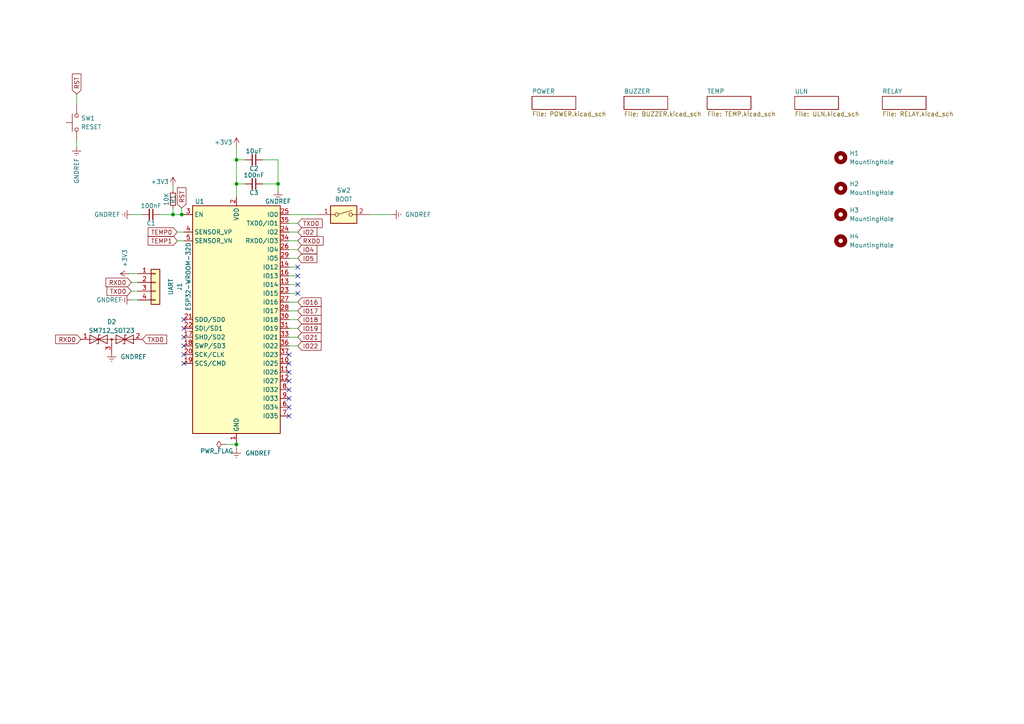
<source format=kicad_sch>
(kicad_sch (version 20230121) (generator eeschema)
  (paper "A4")
  (lib_symbols
    (symbol "Connector_Generic:Conn_01x04" (pin_names (offset 1.016) hide)
      (property "Reference" "J" (at 0 5.08 0))
      (property "Value" "Conn_01x04" (at 0 -7.62 0))
      (symbol "Conn_01x04_1_1"
        (rectangle (start -1.27 -4.953) (end 0 -5.207) (stroke (width 0.1524)))
        (rectangle (start -1.27 -2.413) (end 0 -2.667) (stroke (width 0.1524)))
        (rectangle (start -1.27 0.127) (end 0 -0.127) (stroke (width 0.1524)))
        (rectangle (start -1.27 2.667) (end 0 2.413) (stroke (width 0.1524)))
        (rectangle (start -1.27 3.81) (end 1.27 -6.35) (stroke (width 0.254)) (fill (type background)))
        (pin passive line (at -5.08 2.54 0) (length 3.81) (name "Pin_1") (number "1"))
        (pin passive line (at -5.08 0 0) (length 3.81) (name "Pin_2") (number "2"))
        (pin passive line (at -5.08 -2.54 0) (length 3.81) (name "Pin_3") (number "3"))
        (pin passive line (at -5.08 -5.08 0) (length 3.81) (name "Pin_4") (number "4"))
      )
    )
    (symbol "Device:C_Small" (pin_numbers hide) (pin_names (offset 0.254) hide)
      (property "Reference" "C" (at 0.254 1.778 0))
      (property "Value" "C_Small" (at 0.254 -2.032 0))
      (symbol "C_Small_0_1"
        (polyline (pts (xy -1.524 -0.508) (xy 1.524 -0.508)) (stroke (width 0.3302)))
        (polyline (pts (xy -1.524 0.508) (xy 1.524 0.508)) (stroke (width 0.3048)))
      )
      (symbol "C_Small_1_1"
        (pin passive line (at 0 2.54 270) (length 2.032) (name "~") (number "1"))
        (pin passive line (at 0 -2.54 90) (length 2.032) (name "~") (number "2"))
      )
    )
    (symbol "Device:R_Small" (pin_numbers hide) (pin_names (offset 0.254) hide)
      (property "Reference" "R" (at 0.762 0.508 0))
      (property "Value" "R_Small" (at 0.762 -1.016 0))
      (symbol "R_Small_0_1"
        (rectangle (start -0.762 1.778) (end 0.762 -1.778) (stroke (width 0.2032)))
      )
      (symbol "R_Small_1_1"
        (pin passive line (at 0 2.54 270) (length 0.762) (name "~") (number "1"))
        (pin passive line (at 0 -2.54 90) (length 0.762) (name "~") (number "2"))
      )
    )
    (symbol "Diode:SM712_SOT23" (pin_names (offset 1.016) hide)
      (property "Reference" "D" (at 0 4.445 0))
      (property "Value" "SM712_SOT23" (at 0 2.54 0))
      (symbol "SM712_SOT23_0_0"
        (polyline (pts (xy 0 -1.27) (xy 0 0)))
      )
      (symbol "SM712_SOT23_0_1"
        (polyline (pts (xy -6.35 0) (xy 6.35 0)))
        (polyline (pts (xy -3.302 1.27) (xy -3.81 1.27) (xy -3.81 -1.27) (xy -4.318 -1.27)) (stroke (width 0.2032)))
        (polyline (pts (xy 4.318 1.27) (xy 3.81 1.27) (xy 3.81 -1.27) (xy 3.302 -1.27)) (stroke (width 0.2032)))
        (polyline (pts (xy -6.35 -1.27) (xy -1.27 1.27) (xy -1.27 -1.27) (xy -6.35 1.27) (xy -6.35 -1.27)) (stroke (width 0.2032)))
        (polyline (pts (xy 1.27 -1.27) (xy 1.27 1.27) (xy 6.35 -1.27) (xy 6.35 1.27) (xy 1.27 -1.27)) (stroke (width 0.2032)))
        (circle (center 0 0) (radius 0.254) (fill (type outline)))
      )
      (symbol "SM712_SOT23_1_1"
        (pin passive line (at -8.89 0 0) (length 2.54) (name "A1") (number "1"))
        (pin passive line (at 8.89 0 180) (length 2.54) (name "A2") (number "2"))
        (pin input line (at 0 -3.81 90) (length 2.54) (name "common") (number "3"))
      )
    )
    (symbol "Mechanical:MountingHole" (pin_names (offset 1.016))
      (property "Reference" "H" (at 0 5.08 0))
      (property "Value" "MountingHole" (at 0 3.175 0))
      (symbol "MountingHole_0_1"
        (circle (center 0 0) (radius 1.27) (stroke (width 1.27)))
      )
    )
    (symbol "RF_Module:ESP32-WROOM-32D"
      (property "Reference" "U" (at -12.7 34.29 0))
      (property "Value" "ESP32-WROOM-32D" (at 1.27 34.29 0))
      (symbol "ESP32-WROOM-32D_0_1"
        (rectangle (start -12.7 33.02) (end 12.7 -33.02) (stroke (width 0.254)) (fill (type background)))
      )
      (symbol "ESP32-WROOM-32D_1_1"
        (pin power_in line (at 0 -35.56 90) (length 2.54) (name "GND") (number "1"))
        (pin bidirectional line (at 15.24 -12.7 180) (length 2.54) (name "IO25") (number "10"))
        (pin bidirectional line (at 15.24 -15.24 180) (length 2.54) (name "IO26") (number "11"))
        (pin bidirectional line (at 15.24 -17.78 180) (length 2.54) (name "IO27") (number "12"))
        (pin bidirectional line (at 15.24 10.16 180) (length 2.54) (name "IO14") (number "13"))
        (pin bidirectional line (at 15.24 15.24 180) (length 2.54) (name "IO12") (number "14"))
        (pin passive line (at 0 -35.56 90) (length 2.54) hide (name "GND") (number "15"))
        (pin bidirectional line (at 15.24 12.7 180) (length 2.54) (name "IO13") (number "16"))
        (pin bidirectional line (at -15.24 -5.08 0) (length 2.54) (name "SHD/SD2") (number "17"))
        (pin bidirectional line (at -15.24 -7.62 0) (length 2.54) (name "SWP/SD3") (number "18"))
        (pin bidirectional line (at -15.24 -12.7 0) (length 2.54) (name "SCS/CMD") (number "19"))
        (pin power_in line (at 0 35.56 270) (length 2.54) (name "VDD") (number "2"))
        (pin bidirectional line (at -15.24 -10.16 0) (length 2.54) (name "SCK/CLK") (number "20"))
        (pin bidirectional line (at -15.24 0 0) (length 2.54) (name "SDO/SD0") (number "21"))
        (pin bidirectional line (at -15.24 -2.54 0) (length 2.54) (name "SDI/SD1") (number "22"))
        (pin bidirectional line (at 15.24 7.62 180) (length 2.54) (name "IO15") (number "23"))
        (pin bidirectional line (at 15.24 25.4 180) (length 2.54) (name "IO2") (number "24"))
        (pin bidirectional line (at 15.24 30.48 180) (length 2.54) (name "IO0") (number "25"))
        (pin bidirectional line (at 15.24 20.32 180) (length 2.54) (name "IO4") (number "26"))
        (pin bidirectional line (at 15.24 5.08 180) (length 2.54) (name "IO16") (number "27"))
        (pin bidirectional line (at 15.24 2.54 180) (length 2.54) (name "IO17") (number "28"))
        (pin bidirectional line (at 15.24 17.78 180) (length 2.54) (name "IO5") (number "29"))
        (pin input line (at -15.24 30.48 0) (length 2.54) (name "EN") (number "3"))
        (pin bidirectional line (at 15.24 0 180) (length 2.54) (name "IO18") (number "30"))
        (pin bidirectional line (at 15.24 -2.54 180) (length 2.54) (name "IO19") (number "31"))
        (pin no_connect line (at -12.7 -27.94 0) (length 2.54) hide (name "NC") (number "32"))
        (pin bidirectional line (at 15.24 -5.08 180) (length 2.54) (name "IO21") (number "33"))
        (pin bidirectional line (at 15.24 22.86 180) (length 2.54) (name "RXD0/IO3") (number "34"))
        (pin bidirectional line (at 15.24 27.94 180) (length 2.54) (name "TXD0/IO1") (number "35"))
        (pin bidirectional line (at 15.24 -7.62 180) (length 2.54) (name "IO22") (number "36"))
        (pin bidirectional line (at 15.24 -10.16 180) (length 2.54) (name "IO23") (number "37"))
        (pin passive line (at 0 -35.56 90) (length 2.54) hide (name "GND") (number "38"))
        (pin passive line (at 0 -35.56 90) (length 2.54) hide (name "GND") (number "39"))
        (pin input line (at -15.24 25.4 0) (length 2.54) (name "SENSOR_VP") (number "4"))
        (pin input line (at -15.24 22.86 0) (length 2.54) (name "SENSOR_VN") (number "5"))
        (pin input line (at 15.24 -25.4 180) (length 2.54) (name "IO34") (number "6"))
        (pin input line (at 15.24 -27.94 180) (length 2.54) (name "IO35") (number "7"))
        (pin bidirectional line (at 15.24 -20.32 180) (length 2.54) (name "IO32") (number "8"))
        (pin bidirectional line (at 15.24 -22.86 180) (length 2.54) (name "IO33") (number "9"))
      )
    )
    (symbol "Switch:SW_DIP_x01" (pin_names (offset 0) hide)
      (property "Reference" "SW" (at 0 3.81 0))
      (property "Value" "SW_DIP_x01" (at 0 -3.81 0))
      (symbol "SW_DIP_x01_0_0"
        (circle (center -2.032 0) (radius 0.508))
        (polyline (pts (xy -1.524 0.127) (xy 2.3622 1.1684)))
        (circle (center 2.032 0) (radius 0.508))
      )
      (symbol "SW_DIP_x01_0_1"
        (rectangle (start -3.81 2.54) (end 3.81 -2.54) (stroke (width 0.254)) (fill (type background)))
      )
      (symbol "SW_DIP_x01_1_1"
        (pin passive line (at -7.62 0 0) (length 5.08) (name "~") (number "1"))
        (pin passive line (at 7.62 0 180) (length 5.08) (name "~") (number "2"))
      )
    )
    (symbol "Switch:SW_Push" (pin_numbers hide) (pin_names (offset 1.016) hide)
      (property "Reference" "SW" (at 1.27 2.54 0))
      (property "Value" "SW_Push" (at 0 -1.524 0))
      (symbol "SW_Push_0_1"
        (circle (center -2.032 0) (radius 0.508))
        (polyline (pts (xy 0 1.27) (xy 0 3.048)))
        (polyline (pts (xy 2.54 1.27) (xy -2.54 1.27)))
        (circle (center 2.032 0) (radius 0.508))
        (pin passive line (at -5.08 0 0) (length 2.54) (name "1") (number "1"))
        (pin passive line (at 5.08 0 180) (length 2.54) (name "2") (number "2"))
      )
    )
    (symbol "power:+3.3V" (power) (pin_names (offset 0))
      (property "Value" "+3.3V" (at 0 3.556 0))
      (symbol "+3.3V_0_1"
        (polyline (pts (xy -0.762 1.27) (xy 0 2.54)))
        (polyline (pts (xy 0 0) (xy 0 2.54)))
        (polyline (pts (xy 0 2.54) (xy 0.762 1.27)))
      )
      (symbol "+3.3V_1_1"
        (pin power_in line (at 0 0 90) (length 0) hide (name "+3V3") (number "1"))
      )
    )
    (symbol "power:GNDREF" (power) (pin_names (offset 0))
      (property "Value" "GNDREF" (at 0 -3.81 0))
      (symbol "GNDREF_0_1"
        (polyline (pts (xy -0.635 -1.905) (xy 0.635 -1.905)))
        (polyline (pts (xy -0.127 -2.54) (xy 0.127 -2.54)))
        (polyline (pts (xy 0 -1.27) (xy 0 0)))
        (polyline (pts (xy 1.27 -1.27) (xy -1.27 -1.27)))
      )
      (symbol "GNDREF_1_1"
        (pin power_in line (at 0 0 270) (length 0) hide (name "GNDREF") (number "1"))
      )
    )
    (symbol "power:PWR_FLAG" (power) (pin_numbers hide) (pin_names (offset 0) hide)
      (property "Value" "PWR_FLAG" (at 0 3.81 0))
      (symbol "PWR_FLAG_0_0"
        (pin power_out line (at 0 0 90) (length 0) (name "pwr") (number "1"))
      )
      (symbol "PWR_FLAG_0_1"
        (polyline (pts (xy 0 0) (xy 0 1.27) (xy -1.016 1.905) (xy 0 2.54) (xy 1.016 1.905) (xy 0 1.27)))
      )
    )
  )
  (junction (at 68.58 128.905))
  (junction (at 80.645 53.34))
  (junction (at 50.165 62.23))
  (junction (at 52.705 62.23))
  (junction (at 68.58 46.355))
  (junction (at 68.58 53.34))
  (no_connect (at 83.82 115.57))
  (no_connect (at 53.34 102.87))
  (no_connect (at 83.82 105.41))
  (no_connect (at 53.34 105.41))
  (no_connect (at 83.82 120.65))
  (no_connect (at 83.82 107.95))
  (no_connect (at 83.82 110.49))
  (no_connect (at 86.36 80.01))
  (no_connect (at 53.34 95.25))
  (no_connect (at 83.82 118.11))
  (no_connect (at 53.34 100.33))
  (no_connect (at 83.82 113.03))
  (no_connect (at 86.36 85.09))
  (no_connect (at 53.34 92.71))
  (no_connect (at 53.34 97.79))
  (no_connect (at 86.36 82.55))
  (no_connect (at 86.36 77.47))
  (no_connect (at 83.82 102.87))
  (wire (pts (xy 40.005 81.915) (xy 38.1 81.915)))
  (wire (pts (xy 83.82 100.33) (xy 86.36 100.33)))
  (wire (pts (xy 83.82 87.63) (xy 86.36 87.63)))
  (wire (pts (xy 22.225 27.305) (xy 22.225 30.48)))
  (wire (pts (xy 83.82 64.77) (xy 86.36 64.77)))
  (wire (pts (xy 83.82 72.39) (xy 86.36 72.39)))
  (wire (pts (xy 52.705 60.325) (xy 52.705 62.23)))
  (wire (pts (xy 68.58 46.355) (xy 68.58 53.34)))
  (wire (pts (xy 68.58 128.905) (xy 68.58 130.175)))
  (wire (pts (xy 46.355 62.23) (xy 50.165 62.23)))
  (wire (pts (xy 76.2 46.355) (xy 80.645 46.355)))
  (wire (pts (xy 51.435 67.31) (xy 53.34 67.31)))
  (wire (pts (xy 83.82 95.25) (xy 86.36 95.25)))
  (wire (pts (xy 40.005 84.455) (xy 38.1 84.455)))
  (wire (pts (xy 68.58 46.355) (xy 71.12 46.355)))
  (wire (pts (xy 80.645 53.34) (xy 80.645 55.245)))
  (wire (pts (xy 83.82 69.85) (xy 86.36 69.85)))
  (wire (pts (xy 68.58 53.34) (xy 68.58 57.15)))
  (wire (pts (xy 83.82 67.31) (xy 86.36 67.31)))
  (wire (pts (xy 107.315 62.23) (xy 113.665 62.23)))
  (wire (pts (xy 53.34 62.23) (xy 52.705 62.23)))
  (wire (pts (xy 80.645 46.355) (xy 80.645 53.34)))
  (wire (pts (xy 83.82 82.55) (xy 86.36 82.55)))
  (wire (pts (xy 68.58 128.27) (xy 68.58 128.905)))
  (wire (pts (xy 40.005 86.995) (xy 38.1 86.995)))
  (wire (pts (xy 40.005 79.375) (xy 37.465 79.375)))
  (wire (pts (xy 83.82 85.09) (xy 86.36 85.09)))
  (wire (pts (xy 83.82 97.79) (xy 86.36 97.79)))
  (wire (pts (xy 68.58 42.545) (xy 68.58 46.355)))
  (wire (pts (xy 65.405 128.905) (xy 68.58 128.905)))
  (wire (pts (xy 68.58 53.34) (xy 71.12 53.34)))
  (wire (pts (xy 83.82 80.01) (xy 86.36 80.01)))
  (wire (pts (xy 38.1 62.23) (xy 41.275 62.23)))
  (wire (pts (xy 51.435 69.85) (xy 53.34 69.85)))
  (wire (pts (xy 80.645 53.34) (xy 76.2 53.34)))
  (wire (pts (xy 83.82 62.23) (xy 92.075 62.23)))
  (wire (pts (xy 50.165 53.975) (xy 50.165 55.245)))
  (wire (pts (xy 22.225 40.64) (xy 22.225 42.545)))
  (wire (pts (xy 50.165 60.325) (xy 50.165 62.23)))
  (wire (pts (xy 83.82 92.71) (xy 86.36 92.71)))
  (wire (pts (xy 83.82 77.47) (xy 86.36 77.47)))
  (wire (pts (xy 83.82 74.93) (xy 86.36 74.93)))
  (wire (pts (xy 83.82 90.17) (xy 86.36 90.17)))
  (wire (pts (xy 52.705 62.23) (xy 50.165 62.23)))
  (global_label "RST" (shape input) (at 52.705 60.325 90) (property "Intersheetrefs" "${INTERSHEET_REFS}" (effects hide)))
  (global_label "TEMP0" (shape input) (at 51.435 67.31 180) (property "Intersheetrefs" "${INTERSHEET_REFS}" (effects hide)))
  (global_label "RXD0" (shape input) (at 23.495 98.425 180) (property "Intersheetrefs" "${INTERSHEET_REFS}" (effects hide)))
  (global_label "RST" (shape input) (at 22.225 27.305 90) (property "Intersheetrefs" "${INTERSHEET_REFS}" (effects hide)))
  (global_label "TXD0" (shape input) (at 41.275 98.425 0) (property "Intersheetrefs" "${INTERSHEET_REFS}" (effects hide)))
  (global_label "IO18" (shape input) (at 86.36 92.71 0) (property "Intersheetrefs" "${INTERSHEET_REFS}" (effects hide)))
  (global_label "TEMP1" (shape input) (at 51.435 69.85 180) (property "Intersheetrefs" "${INTERSHEET_REFS}" (effects hide)))
  (global_label "TXD0" (shape input) (at 38.1 84.455 180) (property "Intersheetrefs" "${INTERSHEET_REFS}" (effects hide)))
  (global_label "IO21" (shape input) (at 86.36 97.79 0) (property "Intersheetrefs" "${INTERSHEET_REFS}" (effects hide)))
  (global_label "TXD0" (shape input) (at 86.36 64.77 0) (property "Intersheetrefs" "${INTERSHEET_REFS}" (effects hide)))
  (global_label "RXD0" (shape input) (at 86.36 69.85 0) (property "Intersheetrefs" "${INTERSHEET_REFS}" (effects hide)))
  (global_label "IO16" (shape input) (at 86.36 87.63 0) (property "Intersheetrefs" "${INTERSHEET_REFS}" (effects hide)))
  (global_label "IO5" (shape input) (at 86.36 74.93 0) (property "Intersheetrefs" "${INTERSHEET_REFS}" (effects hide)))
  (global_label "IO2" (shape input) (at 86.36 67.31 0) (property "Intersheetrefs" "${INTERSHEET_REFS}" (effects hide)))
  (global_label "RXD0" (shape input) (at 38.1 81.915 180) (property "Intersheetrefs" "${INTERSHEET_REFS}" (effects hide)))
  (global_label "IO22" (shape input) (at 86.36 100.33 0) (property "Intersheetrefs" "${INTERSHEET_REFS}" (effects hide)))
  (global_label "IO4" (shape input) (at 86.36 72.39 0) (property "Intersheetrefs" "${INTERSHEET_REFS}" (effects hide)))
  (global_label "IO19" (shape input) (at 86.36 95.25 0) (property "Intersheetrefs" "${INTERSHEET_REFS}" (effects hide)))
  (global_label "IO17" (shape input) (at 86.36 90.17 0) (property "Intersheetrefs" "${INTERSHEET_REFS}" (effects hide)))
  (symbol (lib_id "RF_Module:ESP32-WROOM-32D") (at 68.58 92.71 0) (unit 1)
    (property "Reference" "U1" (at 56.515 58.42 0) (effects (justify left)))
    (property "Value" "ESP32-WROOM-32D" (at 54.61 90.17 90) (effects (justify left)))
    (property "Footprint" "RF_Module:ESP32-WROOM-32" (effects hide))
    (property "Datasheet" "https://www.espressif.com/sites/default/files/documentation/esp32-wroom-32d_esp32-wroom-32u_datasheet_en.pdf" (effects hide))
  )
  (symbol (lib_id "power:GNDREF") (at 32.385 102.235 0) (unit 1)
    (property "Reference" "#PWR020" (effects hide))
    (property "Value" "GNDREF" (at 34.925 103.5049 0) (effects (justify left)))
  )
  (symbol (lib_id "Mechanical:MountingHole") (at 243.84 62.23 0) (unit 1)
    (property "Reference" "H3" (at 246.38 60.9599 0) (effects (justify left)))
    (property "Value" "MountingHole" (at 246.38 63.4999 0) (effects (justify left)))
    (property "Footprint" "MountingHole:MountingHole_3.2mm_M3_Pad_Via" (effects hide))
  )
  (symbol (lib_id "power:+3.3V") (at 50.165 53.975 0) (unit 1)
    (property "Reference" "#PWR05" (effects hide))
    (property "Value" "+3.3V" (at 46.355 52.705 0))
  )
  (symbol (lib_id "Diode:SM712_SOT23") (at 32.385 98.425 0) (unit 1)
    (property "Reference" "D2" (at 32.385 93.345 0))
    (property "Value" "SM712_SOT23" (at 32.385 95.885 0))
    (property "Footprint" "Package_TO_SOT_SMD:SOT-23" (effects hide))
    (property "Datasheet" "https://www.littelfuse.com/~/media/electronics/datasheets/tvs_diode_arrays/littelfuse_tvs_diode_array_sm712_datasheet.pdf.pdf" (effects hide))
  )
  (symbol (lib_id "power:GNDREF") (at 113.665 62.23 90) (unit 1)
    (property "Reference" "#PWR09" (effects hide))
    (property "Value" "GNDREF" (at 117.475 62.2299 90) (effects (justify right)))
  )
  (symbol (lib_id "Mechanical:MountingHole") (at 243.84 54.61 0) (unit 1)
    (property "Reference" "H2" (at 246.38 53.3399 0) (effects (justify left)))
    (property "Value" "MountingHole" (at 246.38 55.8799 0) (effects (justify left)))
    (property "Footprint" "MountingHole:MountingHole_3.2mm_M3_Pad_Via" (effects hide))
  )
  (symbol (lib_id "Device:C_Small") (at 73.66 53.34 270) (unit 1)
    (property "Reference" "C3" (at 73.66 55.88 90))
    (property "Value" "100nF" (at 73.66 50.8 90))
    (property "Footprint" "Capacitor_SMD:C_0805_2012Metric" (effects hide))
    (property "LİNK1" "CL21A106KOQNNNE" (effects hide))
  )
  (symbol (lib_id "Connector_Generic:Conn_01x04") (at 45.085 81.915 0) (unit 1)
    (property "Reference" "J1" (at 52.07 83.185 90))
    (property "Value" "UART" (at 49.53 83.185 90))
    (property "Footprint" "Connector_PinHeader_2.54mm:PinHeader_1x04_P2.54mm_Vertical" (effects hide))
  )
  (symbol (lib_id "power:GNDREF") (at 38.1 62.23 270) (unit 1)
    (property "Reference" "#PWR03" (effects hide))
    (property "Value" "GNDREF" (at 27.305 62.23 90) (effects (justify left)))
  )
  (symbol (lib_id "Device:C_Small") (at 73.66 46.355 270) (unit 1)
    (property "Reference" "C2" (at 73.66 48.895 90))
    (property "Value" "10uF" (at 73.66 43.815 90))
    (property "Footprint" "Capacitor_SMD:C_0805_2012Metric" (effects hide))
    (property "LİNK1" "CL21A106KOQNNNE" (effects hide))
  )
  (symbol (lib_id "Mechanical:MountingHole") (at 243.84 69.85 0) (unit 1)
    (property "Reference" "H4" (at 246.38 68.5799 0) (effects (justify left)))
    (property "Value" "MountingHole" (at 246.38 71.1199 0) (effects (justify left)))
    (property "Footprint" "MountingHole:MountingHole_3.2mm_M3_Pad_Via" (effects hide))
  )
  (symbol (lib_id "power:PWR_FLAG") (at 65.405 128.905 90) (unit 1)
    (property "Reference" "#FLG01" (effects hide))
    (property "Value" "PWR_FLAG" (at 62.865 130.81 90))
  )
  (symbol (lib_id "power:GNDREF") (at 68.58 130.175 0) (unit 1)
    (property "Reference" "#PWR07" (effects hide))
    (property "Value" "GNDREF" (at 71.12 131.4449 0) (effects (justify left)))
  )
  (symbol (lib_id "Switch:SW_DIP_x01") (at 99.695 62.23 0) (unit 1)
    (property "Reference" "SW2" (at 99.695 55.245 0))
    (property "Value" "BOOT" (at 99.695 57.785 0))
    (property "Footprint" "Button_Switch_SMD:SW_DIP_SPSTx01_Slide_6.7x4.1mm_W6.73mm_P2.54mm_LowProfile_JPin" (effects hide))
  )
  (symbol (lib_id "power:GNDREF") (at 80.645 55.245 0) (unit 1)
    (property "Reference" "#PWR08" (effects hide))
    (property "Value" "GNDREF" (at 76.835 58.42 0) (effects (justify left)))
  )
  (symbol (lib_id "Device:C_Small") (at 43.815 62.23 270) (unit 1)
    (property "Reference" "C1" (at 43.815 64.77 90))
    (property "Value" "100nF" (at 43.815 59.69 90))
    (property "Footprint" "Capacitor_SMD:C_0805_2012Metric" (effects hide))
    (property "LİNK1" "CL21A106KOQNNNE" (effects hide))
  )
  (symbol (lib_id "Device:R_Small") (at 50.165 57.785 180) (unit 1)
    (property "Reference" "R1" (at 50.165 57.785 90))
    (property "Value" "10K" (at 48.26 57.785 90))
    (property "Footprint" "Resistor_SMD:R_0805_2012Metric" (effects hide))
  )
  (symbol (lib_id "Switch:SW_Push") (at 22.225 35.56 90) (unit 1)
    (property "Reference" "SW1" (at 23.495 34.2899 90) (effects (justify right)))
    (property "Value" "RESET" (at 23.495 36.8299 90) (effects (justify right)))
    (property "Footprint" "Button_Switch_SMD:SW_SPST_CK_RS282G05A3" (effects hide))
    (property "Link" "ALINMAYACAK" (effects hide))
  )
  (symbol (lib_id "power:+3.3V") (at 68.58 42.545 0) (unit 1)
    (property "Reference" "#PWR06" (effects hide))
    (property "Value" "+3.3V" (at 64.77 41.275 0))
  )
  (symbol (lib_id "power:GNDREF") (at 22.225 42.545 0) (unit 1)
    (property "Reference" "#PWR01" (effects hide))
    (property "Value" "GNDREF" (at 22.225 53.34 90) (effects (justify left)))
  )
  (symbol (lib_id "power:GNDREF") (at 38.1 86.995 270) (unit 1)
    (property "Reference" "#PWR04" (effects hide))
    (property "Value" "GNDREF" (at 27.94 86.995 90) (effects (justify left)))
  )
  (symbol (lib_id "Mechanical:MountingHole") (at 243.84 45.72 0) (unit 1)
    (property "Reference" "H1" (at 246.38 44.4499 0) (effects (justify left)))
    (property "Value" "MountingHole" (at 246.38 46.9899 0) (effects (justify left)))
    (property "Footprint" "MountingHole:MountingHole_3.2mm_M3_Pad_Via" (effects hide))
  )
  (symbol (lib_id "power:+3.3V") (at 37.465 79.375 90) (unit 1)
    (property "Reference" "#PWR02" (effects hide))
    (property "Value" "+3.3V" (at 36.195 74.93 0))
  )
  (sheet (at 205.105 27.94) (size 12.7 3.81) (stroke (width 0.1524))
    (property "Sheetname" "TEMP" (at 205.105 27.2284 0) (effects (justify left bottom)))
    (property "Sheetfile" "TEMP.kicad_sch" (at 205.105 32.3346 0) (effects (justify left top)))
  )
  (sheet (at 230.505 27.94) (size 12.7 3.81) (stroke (width 0.1524))
    (property "Sheetname" "ULN" (at 230.505 27.2284 0) (effects (justify left bottom)))
    (property "Sheetfile" "ULN.kicad_sch" (at 230.505 32.3346 0) (effects (justify left top)))
  )
  (sheet (at 255.905 27.94) (size 12.7 3.81) (stroke (width 0.1524))
    (property "Sheetname" "RELAY" (at 255.905 27.2284 0) (effects (justify left bottom)))
    (property "Sheetfile" "RELAY.kicad_sch" (at 255.905 32.3346 0) (effects (justify left top)))
  )
  (sheet (at 154.305 27.94) (size 12.7 3.81) (stroke (width 0.1524))
    (property "Sheetname" "POWER" (at 154.305 27.2284 0) (effects (justify left bottom)))
    (property "Sheetfile" "POWER.kicad_sch" (at 154.305 32.3346 0) (effects (justify left top)))
  )
  (sheet (at 180.975 27.94) (size 12.7 3.81) (stroke (width 0.1524))
    (property "Sheetname" "BUZZER" (at 180.975 27.2284 0) (effects (justify left bottom)))
    (property "Sheetfile" "BUZZER.kicad_sch" (at 180.975 32.3346 0) (effects (justify left top)))
  )
)
</source>
